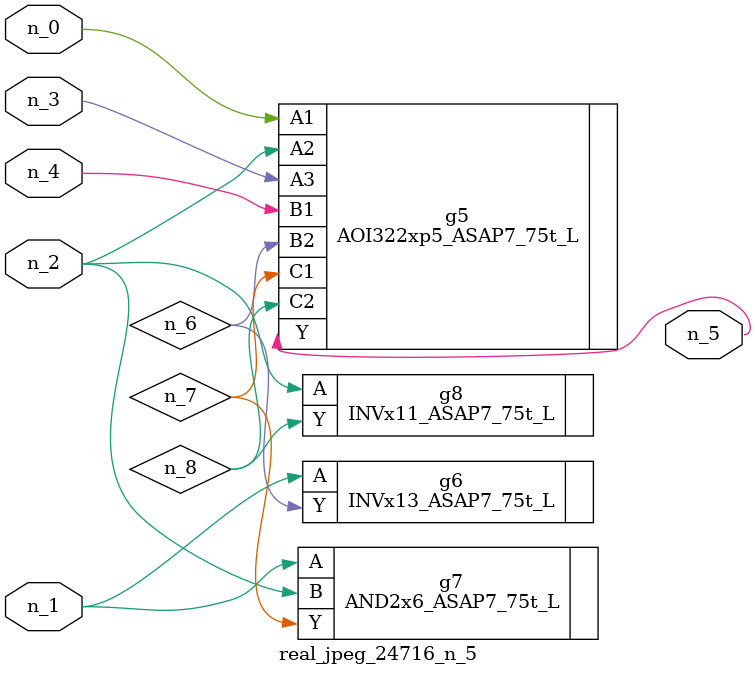
<source format=v>
module real_jpeg_24716_n_5 (n_4, n_0, n_1, n_2, n_3, n_5);

input n_4;
input n_0;
input n_1;
input n_2;
input n_3;

output n_5;

wire n_8;
wire n_6;
wire n_7;

AOI322xp5_ASAP7_75t_L g5 ( 
.A1(n_0),
.A2(n_2),
.A3(n_3),
.B1(n_4),
.B2(n_6),
.C1(n_7),
.C2(n_8),
.Y(n_5)
);

INVx13_ASAP7_75t_L g6 ( 
.A(n_1),
.Y(n_6)
);

AND2x6_ASAP7_75t_L g7 ( 
.A(n_1),
.B(n_2),
.Y(n_7)
);

INVx11_ASAP7_75t_L g8 ( 
.A(n_2),
.Y(n_8)
);


endmodule
</source>
